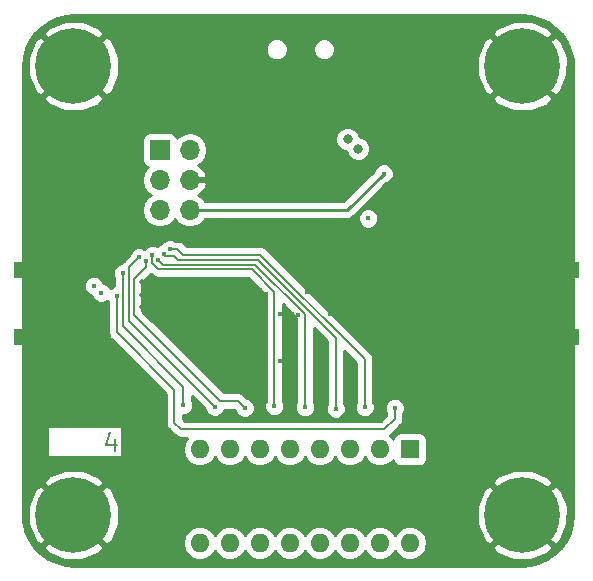
<source format=gbl>
G04 #@! TF.GenerationSoftware,KiCad,Pcbnew,(5.0.2)-1*
G04 #@! TF.CreationDate,2019-01-19T12:29:50+11:00*
G04 #@! TF.ProjectId,Gain_Block_Dev_Rev_0,4761696e-5f42-46c6-9f63-6b5f4465765f,rev?*
G04 #@! TF.SameCoordinates,Original*
G04 #@! TF.FileFunction,Copper,L4,Bot*
G04 #@! TF.FilePolarity,Positive*
%FSLAX46Y46*%
G04 Gerber Fmt 4.6, Leading zero omitted, Abs format (unit mm)*
G04 Created by KiCad (PCBNEW (5.0.2)-1) date 19/01/2019 12:29:50*
%MOMM*%
%LPD*%
G01*
G04 APERTURE LIST*
%ADD10C,0.200000*%
G04 #@! TA.AperFunction,ViaPad*
%ADD11C,0.500000*%
G04 #@! TD*
G04 #@! TA.AperFunction,SMDPad,CuDef*
%ADD12R,4.200000X1.350000*%
G04 #@! TD*
G04 #@! TA.AperFunction,ComponentPad*
%ADD13R,1.600000X1.600000*%
G04 #@! TD*
G04 #@! TA.AperFunction,ComponentPad*
%ADD14O,1.600000X1.600000*%
G04 #@! TD*
G04 #@! TA.AperFunction,ComponentPad*
%ADD15C,0.800000*%
G04 #@! TD*
G04 #@! TA.AperFunction,ComponentPad*
%ADD16C,6.400000*%
G04 #@! TD*
G04 #@! TA.AperFunction,ComponentPad*
%ADD17R,1.700000X1.700000*%
G04 #@! TD*
G04 #@! TA.AperFunction,ComponentPad*
%ADD18O,1.700000X1.700000*%
G04 #@! TD*
G04 #@! TA.AperFunction,ViaPad*
%ADD19C,0.450000*%
G04 #@! TD*
G04 #@! TA.AperFunction,ViaPad*
%ADD20C,0.800000*%
G04 #@! TD*
G04 #@! TA.AperFunction,Conductor*
%ADD21C,0.250000*%
G04 #@! TD*
G04 #@! TA.AperFunction,Conductor*
%ADD22C,0.310000*%
G04 #@! TD*
G04 #@! TA.AperFunction,Conductor*
%ADD23C,0.200000*%
G04 #@! TD*
G04 #@! TA.AperFunction,Conductor*
%ADD24C,0.254000*%
G04 #@! TD*
G04 APERTURE END LIST*
G04 #@! TO.C,REF\002A\002A*
D10*
X113485714Y-106578571D02*
X113485714Y-107578571D01*
X113128571Y-106007142D02*
X112771428Y-107078571D01*
X113700000Y-107078571D01*
G04 #@! TD*
D11*
G04 #@! TO.N,GND*
G04 #@! TO.C,U1*
X115800000Y-93300000D03*
X116900000Y-93300000D03*
X118000000Y-93300000D03*
X115800000Y-94350000D03*
X116900000Y-94350000D03*
X118000000Y-94350000D03*
X115800000Y-95400000D03*
X116900000Y-95400000D03*
X118000000Y-95400000D03*
G04 #@! TD*
D12*
G04 #@! TO.P,J2,2*
G04 #@! TO.N,GND*
X107100000Y-97925000D03*
X107100000Y-92275000D03*
G04 #@! TD*
G04 #@! TO.P,J4,2*
G04 #@! TO.N,GND*
X150700000Y-97925000D03*
X150700000Y-92275000D03*
G04 #@! TD*
D13*
G04 #@! TO.P,SW1,1*
G04 #@! TO.N,/nP_S*
X138480000Y-107455000D03*
D14*
G04 #@! TO.P,SW1,9*
G04 #@! TO.N,+3.3VA*
X120700000Y-115375000D03*
G04 #@! TO.P,SW1,2*
G04 #@! TO.N,Net-(R7-Pad1)*
X135940000Y-107455000D03*
G04 #@! TO.P,SW1,10*
G04 #@! TO.N,+3.3VA*
X123240000Y-115375000D03*
G04 #@! TO.P,SW1,3*
G04 #@! TO.N,Net-(R6-Pad1)*
X133400000Y-107455000D03*
G04 #@! TO.P,SW1,11*
G04 #@! TO.N,+3.3VA*
X125780000Y-115375000D03*
G04 #@! TO.P,SW1,4*
G04 #@! TO.N,Net-(R5-Pad1)*
X130860000Y-107455000D03*
G04 #@! TO.P,SW1,12*
G04 #@! TO.N,+3.3VA*
X128320000Y-115375000D03*
G04 #@! TO.P,SW1,5*
G04 #@! TO.N,Net-(R4-Pad1)*
X128320000Y-107455000D03*
G04 #@! TO.P,SW1,13*
G04 #@! TO.N,+3.3VA*
X130860000Y-115375000D03*
G04 #@! TO.P,SW1,6*
G04 #@! TO.N,Net-(R3-Pad1)*
X125780000Y-107455000D03*
G04 #@! TO.P,SW1,14*
G04 #@! TO.N,+3.3VA*
X133400000Y-115375000D03*
G04 #@! TO.P,SW1,7*
G04 #@! TO.N,Net-(R2-Pad1)*
X123240000Y-107455000D03*
G04 #@! TO.P,SW1,15*
G04 #@! TO.N,+3.3VA*
X135940000Y-115375000D03*
G04 #@! TO.P,SW1,8*
G04 #@! TO.N,Net-(R1-Pad1)*
X120700000Y-107455000D03*
G04 #@! TO.P,SW1,16*
G04 #@! TO.N,+3.3VA*
X138480000Y-115375000D03*
G04 #@! TD*
D15*
G04 #@! TO.P,H1,1*
G04 #@! TO.N,GND*
X111697056Y-73302944D03*
X110000000Y-72600000D03*
X108302944Y-73302944D03*
X107600000Y-75000000D03*
X108302944Y-76697056D03*
X110000000Y-77400000D03*
X111697056Y-76697056D03*
X112400000Y-75000000D03*
D16*
X110000000Y-75000000D03*
G04 #@! TD*
G04 #@! TO.P,H2,1*
G04 #@! TO.N,GND*
X148000000Y-113000000D03*
D15*
X150400000Y-113000000D03*
X149697056Y-114697056D03*
X148000000Y-115400000D03*
X146302944Y-114697056D03*
X145600000Y-113000000D03*
X146302944Y-111302944D03*
X148000000Y-110600000D03*
X149697056Y-111302944D03*
G04 #@! TD*
D16*
G04 #@! TO.P,H3,1*
G04 #@! TO.N,GND*
X110000000Y-113000000D03*
D15*
X112400000Y-113000000D03*
X111697056Y-114697056D03*
X110000000Y-115400000D03*
X108302944Y-114697056D03*
X107600000Y-113000000D03*
X108302944Y-111302944D03*
X110000000Y-110600000D03*
X111697056Y-111302944D03*
G04 #@! TD*
G04 #@! TO.P,H4,1*
G04 #@! TO.N,GND*
X149697056Y-73302944D03*
X148000000Y-72600000D03*
X146302944Y-73302944D03*
X145600000Y-75000000D03*
X146302944Y-76697056D03*
X148000000Y-77400000D03*
X149697056Y-76697056D03*
X150400000Y-75000000D03*
D16*
X148000000Y-75000000D03*
G04 #@! TD*
D17*
G04 #@! TO.P,J3,1*
G04 #@! TO.N,/SI*
X117300000Y-82100000D03*
D18*
G04 #@! TO.P,J3,2*
G04 #@! TO.N,+5V*
X119840000Y-82100000D03*
G04 #@! TO.P,J3,3*
G04 #@! TO.N,/LE*
X117300000Y-84640000D03*
G04 #@! TO.P,J3,4*
G04 #@! TO.N,GND*
X119840000Y-84640000D03*
G04 #@! TO.P,J3,5*
G04 #@! TO.N,/CLK*
X117300000Y-87180000D03*
G04 #@! TO.P,J3,6*
G04 #@! TO.N,/RF_PWR*
X119840000Y-87180000D03*
G04 #@! TD*
D19*
G04 #@! TO.N,GND*
X108700000Y-91800000D03*
X108200000Y-91800000D03*
X107700000Y-91800000D03*
X107200000Y-91800000D03*
X106700000Y-91800000D03*
X106200000Y-91800000D03*
X105700000Y-91800000D03*
X105200000Y-91800000D03*
X126100000Y-73700000D03*
X132300000Y-73700000D03*
X133150000Y-71450000D03*
X130350000Y-71450000D03*
X128050000Y-71450000D03*
X125250000Y-71450000D03*
X113400000Y-91950000D03*
X112350000Y-91950000D03*
D20*
X123275000Y-96325000D03*
X125175000Y-96325000D03*
D19*
X142300000Y-86525000D03*
D20*
X140375000Y-84325000D03*
X140375000Y-88150000D03*
X133200000Y-83800000D03*
D19*
X146085000Y-86500000D03*
X142750000Y-83600000D03*
X143850000Y-83600000D03*
X137750000Y-89550000D03*
X136700000Y-89550000D03*
X135700000Y-89550000D03*
X134150000Y-89550000D03*
X138250000Y-91350000D03*
X141500000Y-91300000D03*
X124250000Y-94150000D03*
X128750000Y-91550000D03*
D20*
X130600000Y-83000000D03*
D19*
X107200000Y-98400000D03*
X105700000Y-98400000D03*
X106200000Y-98400000D03*
X107700000Y-98400000D03*
X108200000Y-98400000D03*
X106700000Y-98400000D03*
X108700000Y-98400000D03*
X105200000Y-98400000D03*
X151100000Y-98400000D03*
X150100000Y-98400000D03*
X150600000Y-98400000D03*
X152600000Y-98400000D03*
X149100000Y-98400000D03*
X151600000Y-98400000D03*
X152100000Y-98400000D03*
X149600000Y-98400000D03*
X150600000Y-91800000D03*
X152600000Y-91800000D03*
X149600000Y-91800000D03*
X149100000Y-91800000D03*
X152100000Y-91800000D03*
X151100000Y-91800000D03*
X150100000Y-91800000D03*
X151600000Y-91800000D03*
D20*
X127700000Y-80400000D03*
X127900000Y-75800000D03*
D19*
X110200000Y-94100000D03*
X110200000Y-94100000D03*
X110200000Y-94100000D03*
X110700000Y-94100000D03*
X109700000Y-94100000D03*
X109200000Y-94100000D03*
X109400000Y-96000000D03*
X109900000Y-96000000D03*
X110400000Y-96000000D03*
X110900000Y-96000000D03*
X111400000Y-96000000D03*
X111900000Y-96000000D03*
X112400000Y-96000000D03*
X112900000Y-96000000D03*
X119900000Y-96000000D03*
X120400000Y-96000000D03*
X120900000Y-96000000D03*
X121400000Y-96000000D03*
X121900000Y-96000000D03*
X122400000Y-96000000D03*
X122700000Y-94100000D03*
X122200000Y-94300000D03*
X121700000Y-94200000D03*
X121200000Y-94200000D03*
X123200000Y-94000000D03*
X123700000Y-94000000D03*
X124800000Y-94000000D03*
X125300000Y-94000000D03*
X125800000Y-94000000D03*
X126300000Y-94300000D03*
X126100000Y-96000000D03*
X127500000Y-96000000D03*
X128000000Y-96000000D03*
X128500000Y-96000000D03*
X129000000Y-96100000D03*
X129800000Y-94100000D03*
X130300000Y-94100000D03*
X130800000Y-94200000D03*
X131300000Y-94300000D03*
X131800000Y-94300000D03*
X132300000Y-94200000D03*
X132800000Y-94100000D03*
X133300000Y-94100000D03*
X133800000Y-94100000D03*
X134300000Y-93700000D03*
X134800000Y-93300000D03*
X135300000Y-92800000D03*
X135800000Y-92500000D03*
X136300000Y-92200000D03*
X136800000Y-92200000D03*
X137300000Y-92200000D03*
X136000000Y-95200000D03*
X136500000Y-94700000D03*
X137100000Y-94300000D03*
X137700000Y-94300000D03*
X136600000Y-94100000D03*
X136000000Y-94700000D03*
X137200000Y-93800000D03*
X137800000Y-93800000D03*
X138300000Y-94100000D03*
X138800000Y-94100000D03*
X139300000Y-94100000D03*
X139800000Y-94100000D03*
X140300000Y-94100000D03*
X140800000Y-94100000D03*
X141300000Y-94100000D03*
X142300000Y-94100000D03*
X142800000Y-94100000D03*
X141800000Y-94100000D03*
X143800000Y-94100000D03*
X143300000Y-94100000D03*
X144800000Y-94100000D03*
X144300000Y-94100000D03*
X145800000Y-94100000D03*
X145300000Y-94100000D03*
X147800000Y-94100000D03*
X147300000Y-94100000D03*
X148300000Y-94100000D03*
X146800000Y-94100000D03*
X146300000Y-94100000D03*
X138800000Y-96000000D03*
X139300000Y-96000000D03*
X138300000Y-96000000D03*
X147800000Y-96000000D03*
X142300000Y-96000000D03*
X141800000Y-96000000D03*
X144300000Y-96000000D03*
X140300000Y-96000000D03*
X143800000Y-96000000D03*
X145800000Y-96000000D03*
X144800000Y-96000000D03*
X143300000Y-96000000D03*
X142800000Y-96000000D03*
X139800000Y-96000000D03*
X146800000Y-96000000D03*
X145300000Y-96000000D03*
X141300000Y-96000000D03*
X146300000Y-96000000D03*
X147300000Y-96000000D03*
X148300000Y-96000000D03*
X140800000Y-96000000D03*
X137800000Y-96000000D03*
X137800000Y-96000000D03*
X137800000Y-96000000D03*
X137300000Y-96400000D03*
X136900000Y-96900000D03*
X136600000Y-97400000D03*
X136100000Y-97700000D03*
X135500000Y-97600000D03*
X135000000Y-97300000D03*
X134600000Y-96800000D03*
X134600000Y-96800000D03*
X134600000Y-96800000D03*
X134200000Y-96300000D03*
X133700000Y-96200000D03*
X133200000Y-96200000D03*
X132700000Y-96200000D03*
X132200000Y-96000000D03*
X131700000Y-96000000D03*
X146100000Y-88500000D03*
X146100000Y-90500000D03*
X146100000Y-89500000D03*
X146100000Y-91000000D03*
X146100000Y-90000000D03*
X146100000Y-89000000D03*
X146100000Y-88000000D03*
X144200000Y-88200000D03*
X144200000Y-88700000D03*
X144200000Y-89200000D03*
X144200000Y-90200000D03*
X144200000Y-90700000D03*
X144200000Y-89700000D03*
X143800000Y-91200000D03*
X143400000Y-91700000D03*
X142800000Y-92000000D03*
X142200000Y-92100000D03*
X140700000Y-92000000D03*
X140200000Y-92000000D03*
X139700000Y-92000000D03*
X139700000Y-92000000D03*
X139700000Y-92000000D03*
X139200000Y-92000000D03*
X146000000Y-91500000D03*
X145500000Y-92000000D03*
X145000000Y-92500000D03*
X144500000Y-93000000D03*
X144000000Y-93400000D03*
X143600000Y-88300000D03*
X143000000Y-88300000D03*
X142500000Y-88200000D03*
X141900000Y-88100000D03*
X141300000Y-88100000D03*
X115000000Y-72500000D03*
X120000000Y-72500000D03*
X117500000Y-75000000D03*
X117500000Y-80000000D03*
X115000000Y-77500000D03*
X120000000Y-77500000D03*
X112500000Y-80000000D03*
X110000000Y-82500000D03*
X107500000Y-85000000D03*
X110000000Y-87500000D03*
X107500000Y-90000000D03*
X112500000Y-85000000D03*
X115000000Y-82500000D03*
X122500000Y-75000000D03*
X122500000Y-80000000D03*
X125000000Y-82500000D03*
X122500000Y-90000000D03*
X122500000Y-85000000D03*
X135000000Y-75000000D03*
X140000000Y-75000000D03*
X137500000Y-72500000D03*
X142500000Y-72500000D03*
X142500000Y-77500000D03*
X137500000Y-77500000D03*
X135000000Y-80000000D03*
X140000000Y-80000000D03*
X145000000Y-80000000D03*
X150000000Y-80000000D03*
X147500000Y-82500000D03*
X150000000Y-85000000D03*
X145000000Y-85000000D03*
X147500000Y-87500000D03*
X147500000Y-92500000D03*
X150000000Y-90000000D03*
X147500000Y-97500000D03*
X147500000Y-102500000D03*
X147500000Y-107500000D03*
X150000000Y-105000000D03*
X150000000Y-100000000D03*
X145000000Y-100000000D03*
X145000000Y-105000000D03*
X145000000Y-110000000D03*
X142500000Y-107500000D03*
X142500000Y-102500000D03*
X142500000Y-97500000D03*
X140000000Y-100000000D03*
X140000000Y-105000000D03*
X110000000Y-92500000D03*
X110000000Y-97500000D03*
X107500000Y-100000000D03*
X112500000Y-100000000D03*
X115000000Y-102500000D03*
X117500000Y-105000000D03*
X115000000Y-107500000D03*
X112500000Y-110000000D03*
X110000000Y-105000000D03*
X107500000Y-102500000D03*
X107500000Y-107500000D03*
X115000000Y-112500000D03*
X117500000Y-115000000D03*
X117500000Y-110000000D03*
X122500000Y-100000000D03*
X120000000Y-97500000D03*
X127500000Y-100000000D03*
X142500000Y-112500000D03*
X125000000Y-77500000D03*
G04 #@! TO.N,+3.3VA*
X112350000Y-94200000D03*
X111700000Y-93600000D03*
X134950000Y-87900000D03*
D20*
X134100000Y-82000000D03*
X133200000Y-81200000D03*
D19*
G04 #@! TO.N,/RF_PWR*
X136250000Y-84100000D03*
G04 #@! TO.N,Net-(R1-Pad1)*
X114174990Y-92550000D03*
X119300000Y-103700000D03*
G04 #@! TO.N,Net-(R2-Pad1)*
X115551468Y-91194117D03*
X121950056Y-103850000D03*
G04 #@! TO.N,Net-(R3-Pad1)*
X116125000Y-91500000D03*
X124500000Y-103937514D03*
G04 #@! TO.N,Net-(R4-Pad1)*
X127000000Y-103800000D03*
X116650000Y-91013449D03*
G04 #@! TO.N,Net-(R5-Pad1)*
X129600000Y-103900000D03*
X117175010Y-91400000D03*
G04 #@! TO.N,Net-(R6-Pad1)*
X132200000Y-104000000D03*
X117625000Y-90906053D03*
G04 #@! TO.N,Net-(R7-Pad1)*
X134650000Y-103900000D03*
X118150000Y-90500000D03*
G04 #@! TO.N,/nP_S*
X113649990Y-94500000D03*
X137200000Y-103950000D03*
G04 #@! TD*
D21*
G04 #@! TO.N,/RF_PWR*
X123970000Y-87180000D02*
X119840000Y-87180000D01*
X136250000Y-84100000D02*
X133170000Y-87180000D01*
X133170000Y-87180000D02*
X123970000Y-87180000D01*
D22*
G04 #@! TO.N,Net-(R1-Pad1)*
X121280000Y-107455000D02*
X120700000Y-107455000D01*
D23*
X114174990Y-92550000D02*
X114174990Y-97024990D01*
X114174990Y-97024990D02*
X119300000Y-102150000D01*
X119300000Y-103700000D02*
X119300000Y-102150000D01*
G04 #@! TO.N,Net-(R2-Pad1)*
X114699990Y-92045595D02*
X114699990Y-96599934D01*
X114699990Y-96599934D02*
X121725057Y-103625001D01*
X121725057Y-103625001D02*
X121950056Y-103850000D01*
X115551468Y-91194117D02*
X114699990Y-92045595D01*
G04 #@! TO.N,Net-(R3-Pad1)*
X124487514Y-103937514D02*
X124500000Y-103937514D01*
X116125000Y-91975000D02*
X115100000Y-93000000D01*
X116125000Y-91500000D02*
X116125000Y-91975000D01*
X115100000Y-93000000D02*
X115100000Y-96050000D01*
X115100000Y-96050000D02*
X122400000Y-103350000D01*
X122400000Y-103350000D02*
X123900000Y-103350000D01*
X123900000Y-103350000D02*
X124487514Y-103937514D01*
D22*
G04 #@! TO.N,Net-(R4-Pad1)*
X128675000Y-107810000D02*
X128320000Y-107455000D01*
D23*
X127000000Y-94100020D02*
X125099990Y-92200010D01*
X127000000Y-103800000D02*
X127000000Y-94100020D01*
X125099990Y-92200010D02*
X117181812Y-92200010D01*
X117181812Y-92200010D02*
X116650000Y-91668198D01*
X116650000Y-91013449D02*
X116650000Y-91668198D01*
D22*
G04 #@! TO.N,Net-(R5-Pad1)*
X130675000Y-107640000D02*
X130860000Y-107455000D01*
D23*
X129600000Y-96800000D02*
X129600000Y-103900000D01*
X129600000Y-96000000D02*
X129600000Y-96800000D01*
X125400000Y-91800000D02*
X129600000Y-96000000D01*
X117175010Y-91400000D02*
X117575010Y-91800000D01*
X117575010Y-91800000D02*
X125400000Y-91800000D01*
G04 #@! TO.N,Net-(R6-Pad1)*
X117768947Y-91050000D02*
X117625000Y-90906053D01*
X118500000Y-91050000D02*
X117768947Y-91050000D01*
X118850000Y-91400000D02*
X118500000Y-91050000D01*
X125600000Y-91400000D02*
X118850000Y-91400000D01*
X132200000Y-104000000D02*
X132200000Y-98000000D01*
X132200000Y-98000000D02*
X125600000Y-91400000D01*
G04 #@! TO.N,Net-(R7-Pad1)*
X125819975Y-90969975D02*
X134650000Y-99800000D01*
X119269975Y-90969975D02*
X125819975Y-90969975D01*
X118150000Y-90500000D02*
X118800000Y-90500000D01*
X118800000Y-90500000D02*
X119269975Y-90969975D01*
X134650000Y-99800000D02*
X134650000Y-103900000D01*
G04 #@! TO.N,/nP_S*
X136296448Y-105753552D02*
X137200000Y-104850000D01*
X119103552Y-105753552D02*
X136296448Y-105753552D01*
X118550000Y-105200000D02*
X119103552Y-105753552D01*
X118550000Y-102450000D02*
X118550000Y-105200000D01*
X113649990Y-94500000D02*
X113649990Y-97549990D01*
X113649990Y-97549990D02*
X118550000Y-102450000D01*
X137200000Y-103950000D02*
X137200000Y-104850000D01*
G04 #@! TD*
D24*
G04 #@! TO.N,GND*
G36*
X148760619Y-70772674D02*
X149497187Y-70974176D01*
X150186439Y-71302932D01*
X150806581Y-71748550D01*
X151338003Y-72296934D01*
X151763921Y-72930768D01*
X152070863Y-73629999D01*
X152250429Y-74377944D01*
X152298000Y-75025744D01*
X152298001Y-112968723D01*
X152227326Y-113760619D01*
X152025824Y-114497187D01*
X151697068Y-115186439D01*
X151251452Y-115806578D01*
X150703066Y-116338003D01*
X150069232Y-116763921D01*
X149369997Y-117070864D01*
X148622056Y-117250429D01*
X147974256Y-117298000D01*
X110031266Y-117298000D01*
X109239381Y-117227326D01*
X108502813Y-117025824D01*
X107813561Y-116697068D01*
X107193422Y-116251452D01*
X106694449Y-115736553D01*
X107443052Y-115736553D01*
X107810437Y-116229740D01*
X109213075Y-116821800D01*
X110735516Y-116832027D01*
X112145981Y-116258861D01*
X112189563Y-116229740D01*
X112556948Y-115736553D01*
X110000000Y-113179605D01*
X107443052Y-115736553D01*
X106694449Y-115736553D01*
X106661997Y-115703066D01*
X106236079Y-115069232D01*
X105929136Y-114369997D01*
X105776811Y-113735516D01*
X106167973Y-113735516D01*
X106741139Y-115145981D01*
X106770260Y-115189563D01*
X107263447Y-115556948D01*
X109820395Y-113000000D01*
X110179605Y-113000000D01*
X112736553Y-115556948D01*
X112980804Y-115375000D01*
X119245044Y-115375000D01*
X119355796Y-115931788D01*
X119671191Y-116403809D01*
X120143212Y-116719204D01*
X120559456Y-116802000D01*
X120840544Y-116802000D01*
X121256788Y-116719204D01*
X121728809Y-116403809D01*
X121970000Y-116042842D01*
X122211191Y-116403809D01*
X122683212Y-116719204D01*
X123099456Y-116802000D01*
X123380544Y-116802000D01*
X123796788Y-116719204D01*
X124268809Y-116403809D01*
X124510000Y-116042842D01*
X124751191Y-116403809D01*
X125223212Y-116719204D01*
X125639456Y-116802000D01*
X125920544Y-116802000D01*
X126336788Y-116719204D01*
X126808809Y-116403809D01*
X127050000Y-116042842D01*
X127291191Y-116403809D01*
X127763212Y-116719204D01*
X128179456Y-116802000D01*
X128460544Y-116802000D01*
X128876788Y-116719204D01*
X129348809Y-116403809D01*
X129590000Y-116042842D01*
X129831191Y-116403809D01*
X130303212Y-116719204D01*
X130719456Y-116802000D01*
X131000544Y-116802000D01*
X131416788Y-116719204D01*
X131888809Y-116403809D01*
X132130000Y-116042842D01*
X132371191Y-116403809D01*
X132843212Y-116719204D01*
X133259456Y-116802000D01*
X133540544Y-116802000D01*
X133956788Y-116719204D01*
X134428809Y-116403809D01*
X134670000Y-116042842D01*
X134911191Y-116403809D01*
X135383212Y-116719204D01*
X135799456Y-116802000D01*
X136080544Y-116802000D01*
X136496788Y-116719204D01*
X136968809Y-116403809D01*
X137210000Y-116042842D01*
X137451191Y-116403809D01*
X137923212Y-116719204D01*
X138339456Y-116802000D01*
X138620544Y-116802000D01*
X139036788Y-116719204D01*
X139508809Y-116403809D01*
X139824204Y-115931788D01*
X139863038Y-115736553D01*
X145443052Y-115736553D01*
X145810437Y-116229740D01*
X147213075Y-116821800D01*
X148735516Y-116832027D01*
X150145981Y-116258861D01*
X150189563Y-116229740D01*
X150556948Y-115736553D01*
X148000000Y-113179605D01*
X145443052Y-115736553D01*
X139863038Y-115736553D01*
X139934956Y-115375000D01*
X139824204Y-114818212D01*
X139508809Y-114346191D01*
X139036788Y-114030796D01*
X138620544Y-113948000D01*
X138339456Y-113948000D01*
X137923212Y-114030796D01*
X137451191Y-114346191D01*
X137210000Y-114707158D01*
X136968809Y-114346191D01*
X136496788Y-114030796D01*
X136080544Y-113948000D01*
X135799456Y-113948000D01*
X135383212Y-114030796D01*
X134911191Y-114346191D01*
X134670000Y-114707158D01*
X134428809Y-114346191D01*
X133956788Y-114030796D01*
X133540544Y-113948000D01*
X133259456Y-113948000D01*
X132843212Y-114030796D01*
X132371191Y-114346191D01*
X132130000Y-114707158D01*
X131888809Y-114346191D01*
X131416788Y-114030796D01*
X131000544Y-113948000D01*
X130719456Y-113948000D01*
X130303212Y-114030796D01*
X129831191Y-114346191D01*
X129590000Y-114707158D01*
X129348809Y-114346191D01*
X128876788Y-114030796D01*
X128460544Y-113948000D01*
X128179456Y-113948000D01*
X127763212Y-114030796D01*
X127291191Y-114346191D01*
X127050000Y-114707158D01*
X126808809Y-114346191D01*
X126336788Y-114030796D01*
X125920544Y-113948000D01*
X125639456Y-113948000D01*
X125223212Y-114030796D01*
X124751191Y-114346191D01*
X124510000Y-114707158D01*
X124268809Y-114346191D01*
X123796788Y-114030796D01*
X123380544Y-113948000D01*
X123099456Y-113948000D01*
X122683212Y-114030796D01*
X122211191Y-114346191D01*
X121970000Y-114707158D01*
X121728809Y-114346191D01*
X121256788Y-114030796D01*
X120840544Y-113948000D01*
X120559456Y-113948000D01*
X120143212Y-114030796D01*
X119671191Y-114346191D01*
X119355796Y-114818212D01*
X119245044Y-115375000D01*
X112980804Y-115375000D01*
X113229740Y-115189563D01*
X113821800Y-113786925D01*
X113822145Y-113735516D01*
X144167973Y-113735516D01*
X144741139Y-115145981D01*
X144770260Y-115189563D01*
X145263447Y-115556948D01*
X147820395Y-113000000D01*
X148179605Y-113000000D01*
X150736553Y-115556948D01*
X151229740Y-115189563D01*
X151821800Y-113786925D01*
X151832027Y-112264484D01*
X151258861Y-110854019D01*
X151229740Y-110810437D01*
X150736553Y-110443052D01*
X148179605Y-113000000D01*
X147820395Y-113000000D01*
X145263447Y-110443052D01*
X144770260Y-110810437D01*
X144178200Y-112213075D01*
X144167973Y-113735516D01*
X113822145Y-113735516D01*
X113832027Y-112264484D01*
X113258861Y-110854019D01*
X113229740Y-110810437D01*
X112736553Y-110443052D01*
X110179605Y-113000000D01*
X109820395Y-113000000D01*
X107263447Y-110443052D01*
X106770260Y-110810437D01*
X106178200Y-112213075D01*
X106167973Y-113735516D01*
X105776811Y-113735516D01*
X105749571Y-113622056D01*
X105702000Y-112974256D01*
X105702000Y-110263447D01*
X107443052Y-110263447D01*
X110000000Y-112820395D01*
X112556948Y-110263447D01*
X145443052Y-110263447D01*
X148000000Y-112820395D01*
X150556948Y-110263447D01*
X150189563Y-109770260D01*
X148786925Y-109178200D01*
X147264484Y-109167973D01*
X145854019Y-109741139D01*
X145810437Y-109770260D01*
X145443052Y-110263447D01*
X112556948Y-110263447D01*
X112189563Y-109770260D01*
X110786925Y-109178200D01*
X109264484Y-109167973D01*
X107854019Y-109741139D01*
X107810437Y-109770260D01*
X107443052Y-110263447D01*
X105702000Y-110263447D01*
X105702000Y-105600000D01*
X107773000Y-105600000D01*
X107773000Y-107950000D01*
X107782667Y-107998601D01*
X107810197Y-108039803D01*
X107851399Y-108067333D01*
X107900000Y-108077000D01*
X114000000Y-108077000D01*
X114048601Y-108067333D01*
X114089803Y-108039803D01*
X114117333Y-107998601D01*
X114127000Y-107950000D01*
X114127000Y-105600000D01*
X114117333Y-105551399D01*
X114089803Y-105510197D01*
X114048601Y-105482667D01*
X114000000Y-105473000D01*
X107900000Y-105473000D01*
X107851399Y-105482667D01*
X107810197Y-105510197D01*
X107782667Y-105551399D01*
X107773000Y-105600000D01*
X105702000Y-105600000D01*
X105702000Y-93430527D01*
X110848000Y-93430527D01*
X110848000Y-93769473D01*
X110977709Y-94082619D01*
X111217381Y-94322291D01*
X111530527Y-94452000D01*
X111532184Y-94452000D01*
X111627709Y-94682619D01*
X111867381Y-94922291D01*
X112180527Y-95052000D01*
X112519473Y-95052000D01*
X112832619Y-94922291D01*
X112882181Y-94872729D01*
X112922990Y-94971251D01*
X112922991Y-97478390D01*
X112908749Y-97549990D01*
X112965172Y-97833650D01*
X112965173Y-97833651D01*
X113125854Y-98074127D01*
X113186552Y-98114684D01*
X117823000Y-102751134D01*
X117823001Y-105128400D01*
X117808759Y-105200000D01*
X117865182Y-105483660D01*
X117899365Y-105534818D01*
X118025864Y-105724137D01*
X118086562Y-105764694D01*
X118538857Y-106216990D01*
X118579415Y-106277689D01*
X118819891Y-106438370D01*
X119031953Y-106480552D01*
X119031957Y-106480552D01*
X119103552Y-106494793D01*
X119175147Y-106480552D01*
X119634868Y-106480552D01*
X119355796Y-106898212D01*
X119245044Y-107455000D01*
X119355796Y-108011788D01*
X119671191Y-108483809D01*
X120143212Y-108799204D01*
X120559456Y-108882000D01*
X120840544Y-108882000D01*
X121256788Y-108799204D01*
X121728809Y-108483809D01*
X121970000Y-108122842D01*
X122211191Y-108483809D01*
X122683212Y-108799204D01*
X123099456Y-108882000D01*
X123380544Y-108882000D01*
X123796788Y-108799204D01*
X124268809Y-108483809D01*
X124510000Y-108122842D01*
X124751191Y-108483809D01*
X125223212Y-108799204D01*
X125639456Y-108882000D01*
X125920544Y-108882000D01*
X126336788Y-108799204D01*
X126808809Y-108483809D01*
X127050000Y-108122842D01*
X127291191Y-108483809D01*
X127763212Y-108799204D01*
X128179456Y-108882000D01*
X128460544Y-108882000D01*
X128876788Y-108799204D01*
X129348809Y-108483809D01*
X129590000Y-108122842D01*
X129831191Y-108483809D01*
X130303212Y-108799204D01*
X130719456Y-108882000D01*
X131000544Y-108882000D01*
X131416788Y-108799204D01*
X131888809Y-108483809D01*
X132130000Y-108122842D01*
X132371191Y-108483809D01*
X132843212Y-108799204D01*
X133259456Y-108882000D01*
X133540544Y-108882000D01*
X133956788Y-108799204D01*
X134428809Y-108483809D01*
X134670000Y-108122842D01*
X134911191Y-108483809D01*
X135383212Y-108799204D01*
X135799456Y-108882000D01*
X136080544Y-108882000D01*
X136496788Y-108799204D01*
X136968809Y-108483809D01*
X137059294Y-108348390D01*
X137089380Y-108499643D01*
X137227959Y-108707041D01*
X137435357Y-108845620D01*
X137680000Y-108894283D01*
X139280000Y-108894283D01*
X139524643Y-108845620D01*
X139732041Y-108707041D01*
X139870620Y-108499643D01*
X139919283Y-108255000D01*
X139919283Y-106655000D01*
X139870620Y-106410357D01*
X139732041Y-106202959D01*
X139524643Y-106064380D01*
X139280000Y-106015717D01*
X137680000Y-106015717D01*
X137435357Y-106064380D01*
X137227959Y-106202959D01*
X137089380Y-106410357D01*
X137059294Y-106561610D01*
X136968809Y-106426191D01*
X136783573Y-106302420D01*
X136820585Y-106277689D01*
X136861144Y-106216988D01*
X137663438Y-105414695D01*
X137724137Y-105374137D01*
X137884818Y-105133661D01*
X137927000Y-104921599D01*
X137927000Y-104921595D01*
X137941241Y-104850001D01*
X137927000Y-104778407D01*
X137927000Y-104421250D01*
X138052000Y-104119473D01*
X138052000Y-103780527D01*
X137922291Y-103467381D01*
X137682619Y-103227709D01*
X137369473Y-103098000D01*
X137030527Y-103098000D01*
X136717381Y-103227709D01*
X136477709Y-103467381D01*
X136348000Y-103780527D01*
X136348000Y-104119473D01*
X136473001Y-104421252D01*
X136473001Y-104548867D01*
X135995316Y-105026552D01*
X119404685Y-105026552D01*
X119277000Y-104898868D01*
X119277000Y-104552000D01*
X119469473Y-104552000D01*
X119782619Y-104422291D01*
X120022291Y-104182619D01*
X120152000Y-103869473D01*
X120152000Y-103530527D01*
X120027000Y-103228750D01*
X120027000Y-102955077D01*
X121102765Y-104030842D01*
X121227765Y-104332619D01*
X121467437Y-104572291D01*
X121780583Y-104702000D01*
X122119529Y-104702000D01*
X122432675Y-104572291D01*
X122672347Y-104332619D01*
X122778228Y-104077000D01*
X123598868Y-104077000D01*
X123661538Y-104139670D01*
X123777709Y-104420133D01*
X124017381Y-104659805D01*
X124330527Y-104789514D01*
X124669473Y-104789514D01*
X124982619Y-104659805D01*
X125222291Y-104420133D01*
X125352000Y-104106987D01*
X125352000Y-103768041D01*
X125222291Y-103454895D01*
X124982619Y-103215223D01*
X124669473Y-103085514D01*
X124663646Y-103085514D01*
X124464696Y-102886564D01*
X124424137Y-102825863D01*
X124183661Y-102665182D01*
X123971599Y-102623000D01*
X123971595Y-102623000D01*
X123900000Y-102608759D01*
X123828405Y-102623000D01*
X122701133Y-102623000D01*
X115827000Y-95748868D01*
X115827000Y-93301132D01*
X116540901Y-92587232D01*
X116617117Y-92663448D01*
X116657675Y-92724147D01*
X116898151Y-92884828D01*
X117110213Y-92927010D01*
X117110217Y-92927010D01*
X117181812Y-92941251D01*
X117253407Y-92927010D01*
X124798858Y-92927010D01*
X126273001Y-94401154D01*
X126273000Y-103328749D01*
X126148000Y-103630527D01*
X126148000Y-103969473D01*
X126277709Y-104282619D01*
X126517381Y-104522291D01*
X126830527Y-104652000D01*
X127169473Y-104652000D01*
X127482619Y-104522291D01*
X127722291Y-104282619D01*
X127852000Y-103969473D01*
X127852000Y-103630527D01*
X127727000Y-103328750D01*
X127727000Y-95155133D01*
X128873000Y-96301133D01*
X128873000Y-96728402D01*
X128873001Y-103428747D01*
X128748000Y-103730527D01*
X128748000Y-104069473D01*
X128877709Y-104382619D01*
X129117381Y-104622291D01*
X129430527Y-104752000D01*
X129769473Y-104752000D01*
X130082619Y-104622291D01*
X130322291Y-104382619D01*
X130452000Y-104069473D01*
X130452000Y-103730527D01*
X130327000Y-103428750D01*
X130327000Y-97155134D01*
X131473001Y-98301135D01*
X131473000Y-103528749D01*
X131348000Y-103830527D01*
X131348000Y-104169473D01*
X131477709Y-104482619D01*
X131717381Y-104722291D01*
X132030527Y-104852000D01*
X132369473Y-104852000D01*
X132682619Y-104722291D01*
X132922291Y-104482619D01*
X133052000Y-104169473D01*
X133052000Y-103830527D01*
X132927000Y-103528750D01*
X132927000Y-99105133D01*
X133923000Y-100101133D01*
X133923001Y-103428747D01*
X133798000Y-103730527D01*
X133798000Y-104069473D01*
X133927709Y-104382619D01*
X134167381Y-104622291D01*
X134480527Y-104752000D01*
X134819473Y-104752000D01*
X135132619Y-104622291D01*
X135372291Y-104382619D01*
X135502000Y-104069473D01*
X135502000Y-103730527D01*
X135377000Y-103428750D01*
X135377000Y-99871593D01*
X135391241Y-99799999D01*
X135377000Y-99728405D01*
X135377000Y-99728401D01*
X135334818Y-99516339D01*
X135260758Y-99405501D01*
X135214694Y-99336561D01*
X135214692Y-99336559D01*
X135174136Y-99275863D01*
X135113441Y-99235308D01*
X126384671Y-90506539D01*
X126344112Y-90445838D01*
X126103636Y-90285157D01*
X125891574Y-90242975D01*
X125891570Y-90242975D01*
X125819975Y-90228734D01*
X125748380Y-90242975D01*
X119571108Y-90242975D01*
X119364696Y-90036564D01*
X119324137Y-89975863D01*
X119083661Y-89815182D01*
X118871599Y-89773000D01*
X118871595Y-89773000D01*
X118800000Y-89758759D01*
X118728405Y-89773000D01*
X118621250Y-89773000D01*
X118319473Y-89648000D01*
X117980527Y-89648000D01*
X117667381Y-89777709D01*
X117427709Y-90017381D01*
X117403612Y-90075557D01*
X117142381Y-90183762D01*
X117063581Y-90262562D01*
X116819473Y-90161449D01*
X116480527Y-90161449D01*
X116167381Y-90291158D01*
X116000588Y-90457951D01*
X115720941Y-90342117D01*
X115381995Y-90342117D01*
X115068849Y-90471826D01*
X114829177Y-90711498D01*
X114704177Y-91013275D01*
X114236552Y-91480901D01*
X114175853Y-91521459D01*
X114057892Y-91698000D01*
X114005517Y-91698000D01*
X113692371Y-91827709D01*
X113452699Y-92067381D01*
X113322990Y-92380527D01*
X113322990Y-92719473D01*
X113447990Y-93021251D01*
X113447990Y-93661473D01*
X113167371Y-93777709D01*
X113117809Y-93827271D01*
X113072291Y-93717381D01*
X112832619Y-93477709D01*
X112519473Y-93348000D01*
X112517816Y-93348000D01*
X112422291Y-93117381D01*
X112182619Y-92877709D01*
X111869473Y-92748000D01*
X111530527Y-92748000D01*
X111217381Y-92877709D01*
X110977709Y-93117381D01*
X110848000Y-93430527D01*
X105702000Y-93430527D01*
X105702000Y-84640000D01*
X115794064Y-84640000D01*
X115908697Y-85216297D01*
X116235142Y-85704858D01*
X116542160Y-85910000D01*
X116235142Y-86115142D01*
X115908697Y-86603703D01*
X115794064Y-87180000D01*
X115908697Y-87756297D01*
X116235142Y-88244858D01*
X116723703Y-88571303D01*
X117154529Y-88657000D01*
X117445471Y-88657000D01*
X117876297Y-88571303D01*
X118364858Y-88244858D01*
X118570000Y-87937840D01*
X118775142Y-88244858D01*
X119263703Y-88571303D01*
X119694529Y-88657000D01*
X119985471Y-88657000D01*
X120416297Y-88571303D01*
X120904858Y-88244858D01*
X121113902Y-87932000D01*
X133095941Y-87932000D01*
X133170000Y-87946731D01*
X133244059Y-87932000D01*
X133244063Y-87932000D01*
X133463416Y-87888368D01*
X133699640Y-87730527D01*
X134098000Y-87730527D01*
X134098000Y-88069473D01*
X134227709Y-88382619D01*
X134467381Y-88622291D01*
X134780527Y-88752000D01*
X135119473Y-88752000D01*
X135432619Y-88622291D01*
X135672291Y-88382619D01*
X135802000Y-88069473D01*
X135802000Y-87730527D01*
X135672291Y-87417381D01*
X135432619Y-87177709D01*
X135119473Y-87048000D01*
X134780527Y-87048000D01*
X134467381Y-87177709D01*
X134227709Y-87417381D01*
X134098000Y-87730527D01*
X133699640Y-87730527D01*
X133712161Y-87722161D01*
X133754116Y-87659371D01*
X136491197Y-84922291D01*
X136732619Y-84822291D01*
X136972291Y-84582619D01*
X137102000Y-84269473D01*
X137102000Y-83930527D01*
X136972291Y-83617381D01*
X136732619Y-83377709D01*
X136419473Y-83248000D01*
X136080527Y-83248000D01*
X135767381Y-83377709D01*
X135527709Y-83617381D01*
X135427709Y-83858803D01*
X132858513Y-86428000D01*
X121113902Y-86428000D01*
X120904858Y-86115142D01*
X120575389Y-85894998D01*
X120717163Y-85828337D01*
X121105150Y-85402204D01*
X121273546Y-84995634D01*
X121154127Y-84767000D01*
X119967000Y-84767000D01*
X119967000Y-84787000D01*
X119713000Y-84787000D01*
X119713000Y-84767000D01*
X119693000Y-84767000D01*
X119693000Y-84513000D01*
X119713000Y-84513000D01*
X119713000Y-84493000D01*
X119967000Y-84493000D01*
X119967000Y-84513000D01*
X121154127Y-84513000D01*
X121273546Y-84284366D01*
X121105150Y-83877796D01*
X120717163Y-83451663D01*
X120575389Y-83385002D01*
X120904858Y-83164858D01*
X121231303Y-82676297D01*
X121345936Y-82100000D01*
X121231303Y-81523703D01*
X120904858Y-81035142D01*
X120845855Y-80995717D01*
X132173000Y-80995717D01*
X132173000Y-81404283D01*
X132329352Y-81781749D01*
X132618251Y-82070648D01*
X132995717Y-82227000D01*
X133082410Y-82227000D01*
X133229352Y-82581749D01*
X133518251Y-82870648D01*
X133895717Y-83027000D01*
X134304283Y-83027000D01*
X134681749Y-82870648D01*
X134970648Y-82581749D01*
X135127000Y-82204283D01*
X135127000Y-81795717D01*
X134970648Y-81418251D01*
X134681749Y-81129352D01*
X134304283Y-80973000D01*
X134217590Y-80973000D01*
X134070648Y-80618251D01*
X133781749Y-80329352D01*
X133404283Y-80173000D01*
X132995717Y-80173000D01*
X132618251Y-80329352D01*
X132329352Y-80618251D01*
X132173000Y-80995717D01*
X120845855Y-80995717D01*
X120416297Y-80708697D01*
X119985471Y-80623000D01*
X119694529Y-80623000D01*
X119263703Y-80708697D01*
X118775142Y-81035142D01*
X118753105Y-81068123D01*
X118740620Y-81005357D01*
X118602041Y-80797959D01*
X118394643Y-80659380D01*
X118150000Y-80610717D01*
X116450000Y-80610717D01*
X116205357Y-80659380D01*
X115997959Y-80797959D01*
X115859380Y-81005357D01*
X115810717Y-81250000D01*
X115810717Y-82950000D01*
X115859380Y-83194643D01*
X115997959Y-83402041D01*
X116205357Y-83540620D01*
X116268123Y-83553105D01*
X116235142Y-83575142D01*
X115908697Y-84063703D01*
X115794064Y-84640000D01*
X105702000Y-84640000D01*
X105702000Y-77736553D01*
X107443052Y-77736553D01*
X107810437Y-78229740D01*
X109213075Y-78821800D01*
X110735516Y-78832027D01*
X112145981Y-78258861D01*
X112189563Y-78229740D01*
X112556948Y-77736553D01*
X145443052Y-77736553D01*
X145810437Y-78229740D01*
X147213075Y-78821800D01*
X148735516Y-78832027D01*
X150145981Y-78258861D01*
X150189563Y-78229740D01*
X150556948Y-77736553D01*
X148000000Y-75179605D01*
X145443052Y-77736553D01*
X112556948Y-77736553D01*
X110000000Y-75179605D01*
X107443052Y-77736553D01*
X105702000Y-77736553D01*
X105702000Y-75735516D01*
X106167973Y-75735516D01*
X106741139Y-77145981D01*
X106770260Y-77189563D01*
X107263447Y-77556948D01*
X109820395Y-75000000D01*
X110179605Y-75000000D01*
X112736553Y-77556948D01*
X113229740Y-77189563D01*
X113821800Y-75786925D01*
X113822145Y-75735516D01*
X144167973Y-75735516D01*
X144741139Y-77145981D01*
X144770260Y-77189563D01*
X145263447Y-77556948D01*
X147820395Y-75000000D01*
X148179605Y-75000000D01*
X150736553Y-77556948D01*
X151229740Y-77189563D01*
X151821800Y-75786925D01*
X151832027Y-74264484D01*
X151258861Y-72854019D01*
X151229740Y-72810437D01*
X150736553Y-72443052D01*
X148179605Y-75000000D01*
X147820395Y-75000000D01*
X145263447Y-72443052D01*
X144770260Y-72810437D01*
X144178200Y-74213075D01*
X144167973Y-75735516D01*
X113822145Y-75735516D01*
X113832027Y-74264484D01*
X113478945Y-73395608D01*
X126273000Y-73395608D01*
X126273000Y-73764392D01*
X126414127Y-74105103D01*
X126674897Y-74365873D01*
X127015608Y-74507000D01*
X127384392Y-74507000D01*
X127725103Y-74365873D01*
X127985873Y-74105103D01*
X128127000Y-73764392D01*
X128127000Y-73395608D01*
X130273000Y-73395608D01*
X130273000Y-73764392D01*
X130414127Y-74105103D01*
X130674897Y-74365873D01*
X131015608Y-74507000D01*
X131384392Y-74507000D01*
X131725103Y-74365873D01*
X131985873Y-74105103D01*
X132127000Y-73764392D01*
X132127000Y-73395608D01*
X131985873Y-73054897D01*
X131725103Y-72794127D01*
X131384392Y-72653000D01*
X131015608Y-72653000D01*
X130674897Y-72794127D01*
X130414127Y-73054897D01*
X130273000Y-73395608D01*
X128127000Y-73395608D01*
X127985873Y-73054897D01*
X127725103Y-72794127D01*
X127384392Y-72653000D01*
X127015608Y-72653000D01*
X126674897Y-72794127D01*
X126414127Y-73054897D01*
X126273000Y-73395608D01*
X113478945Y-73395608D01*
X113258861Y-72854019D01*
X113229740Y-72810437D01*
X112736553Y-72443052D01*
X110179605Y-75000000D01*
X109820395Y-75000000D01*
X107263447Y-72443052D01*
X106770260Y-72810437D01*
X106178200Y-74213075D01*
X106167973Y-75735516D01*
X105702000Y-75735516D01*
X105702000Y-75031266D01*
X105772674Y-74239381D01*
X105974176Y-73502813D01*
X106302932Y-72813561D01*
X106698229Y-72263447D01*
X107443052Y-72263447D01*
X110000000Y-74820395D01*
X112556948Y-72263447D01*
X145443052Y-72263447D01*
X148000000Y-74820395D01*
X150556948Y-72263447D01*
X150189563Y-71770260D01*
X148786925Y-71178200D01*
X147264484Y-71167973D01*
X145854019Y-71741139D01*
X145810437Y-71770260D01*
X145443052Y-72263447D01*
X112556948Y-72263447D01*
X112189563Y-71770260D01*
X110786925Y-71178200D01*
X109264484Y-71167973D01*
X107854019Y-71741139D01*
X107810437Y-71770260D01*
X107443052Y-72263447D01*
X106698229Y-72263447D01*
X106748550Y-72193419D01*
X107296934Y-71661997D01*
X107930768Y-71236079D01*
X108629999Y-70929137D01*
X109377944Y-70749571D01*
X110025744Y-70702000D01*
X147968734Y-70702000D01*
X148760619Y-70772674D01*
X148760619Y-70772674D01*
G37*
X148760619Y-70772674D02*
X149497187Y-70974176D01*
X150186439Y-71302932D01*
X150806581Y-71748550D01*
X151338003Y-72296934D01*
X151763921Y-72930768D01*
X152070863Y-73629999D01*
X152250429Y-74377944D01*
X152298000Y-75025744D01*
X152298001Y-112968723D01*
X152227326Y-113760619D01*
X152025824Y-114497187D01*
X151697068Y-115186439D01*
X151251452Y-115806578D01*
X150703066Y-116338003D01*
X150069232Y-116763921D01*
X149369997Y-117070864D01*
X148622056Y-117250429D01*
X147974256Y-117298000D01*
X110031266Y-117298000D01*
X109239381Y-117227326D01*
X108502813Y-117025824D01*
X107813561Y-116697068D01*
X107193422Y-116251452D01*
X106694449Y-115736553D01*
X107443052Y-115736553D01*
X107810437Y-116229740D01*
X109213075Y-116821800D01*
X110735516Y-116832027D01*
X112145981Y-116258861D01*
X112189563Y-116229740D01*
X112556948Y-115736553D01*
X110000000Y-113179605D01*
X107443052Y-115736553D01*
X106694449Y-115736553D01*
X106661997Y-115703066D01*
X106236079Y-115069232D01*
X105929136Y-114369997D01*
X105776811Y-113735516D01*
X106167973Y-113735516D01*
X106741139Y-115145981D01*
X106770260Y-115189563D01*
X107263447Y-115556948D01*
X109820395Y-113000000D01*
X110179605Y-113000000D01*
X112736553Y-115556948D01*
X112980804Y-115375000D01*
X119245044Y-115375000D01*
X119355796Y-115931788D01*
X119671191Y-116403809D01*
X120143212Y-116719204D01*
X120559456Y-116802000D01*
X120840544Y-116802000D01*
X121256788Y-116719204D01*
X121728809Y-116403809D01*
X121970000Y-116042842D01*
X122211191Y-116403809D01*
X122683212Y-116719204D01*
X123099456Y-116802000D01*
X123380544Y-116802000D01*
X123796788Y-116719204D01*
X124268809Y-116403809D01*
X124510000Y-116042842D01*
X124751191Y-116403809D01*
X125223212Y-116719204D01*
X125639456Y-116802000D01*
X125920544Y-116802000D01*
X126336788Y-116719204D01*
X126808809Y-116403809D01*
X127050000Y-116042842D01*
X127291191Y-116403809D01*
X127763212Y-116719204D01*
X128179456Y-116802000D01*
X128460544Y-116802000D01*
X128876788Y-116719204D01*
X129348809Y-116403809D01*
X129590000Y-116042842D01*
X129831191Y-116403809D01*
X130303212Y-116719204D01*
X130719456Y-116802000D01*
X131000544Y-116802000D01*
X131416788Y-116719204D01*
X131888809Y-116403809D01*
X132130000Y-116042842D01*
X132371191Y-116403809D01*
X132843212Y-116719204D01*
X133259456Y-116802000D01*
X133540544Y-116802000D01*
X133956788Y-116719204D01*
X134428809Y-116403809D01*
X134670000Y-116042842D01*
X134911191Y-116403809D01*
X135383212Y-116719204D01*
X135799456Y-116802000D01*
X136080544Y-116802000D01*
X136496788Y-116719204D01*
X136968809Y-116403809D01*
X137210000Y-116042842D01*
X137451191Y-116403809D01*
X137923212Y-116719204D01*
X138339456Y-116802000D01*
X138620544Y-116802000D01*
X139036788Y-116719204D01*
X139508809Y-116403809D01*
X139824204Y-115931788D01*
X139863038Y-115736553D01*
X145443052Y-115736553D01*
X145810437Y-116229740D01*
X147213075Y-116821800D01*
X148735516Y-116832027D01*
X150145981Y-116258861D01*
X150189563Y-116229740D01*
X150556948Y-115736553D01*
X148000000Y-113179605D01*
X145443052Y-115736553D01*
X139863038Y-115736553D01*
X139934956Y-115375000D01*
X139824204Y-114818212D01*
X139508809Y-114346191D01*
X139036788Y-114030796D01*
X138620544Y-113948000D01*
X138339456Y-113948000D01*
X137923212Y-114030796D01*
X137451191Y-114346191D01*
X137210000Y-114707158D01*
X136968809Y-114346191D01*
X136496788Y-114030796D01*
X136080544Y-113948000D01*
X135799456Y-113948000D01*
X135383212Y-114030796D01*
X134911191Y-114346191D01*
X134670000Y-114707158D01*
X134428809Y-114346191D01*
X133956788Y-114030796D01*
X133540544Y-113948000D01*
X133259456Y-113948000D01*
X132843212Y-114030796D01*
X132371191Y-114346191D01*
X132130000Y-114707158D01*
X131888809Y-114346191D01*
X131416788Y-114030796D01*
X131000544Y-113948000D01*
X130719456Y-113948000D01*
X130303212Y-114030796D01*
X129831191Y-114346191D01*
X129590000Y-114707158D01*
X129348809Y-114346191D01*
X128876788Y-114030796D01*
X128460544Y-113948000D01*
X128179456Y-113948000D01*
X127763212Y-114030796D01*
X127291191Y-114346191D01*
X127050000Y-114707158D01*
X126808809Y-114346191D01*
X126336788Y-114030796D01*
X125920544Y-113948000D01*
X125639456Y-113948000D01*
X125223212Y-114030796D01*
X124751191Y-114346191D01*
X124510000Y-114707158D01*
X124268809Y-114346191D01*
X123796788Y-114030796D01*
X123380544Y-113948000D01*
X123099456Y-113948000D01*
X122683212Y-114030796D01*
X122211191Y-114346191D01*
X121970000Y-114707158D01*
X121728809Y-114346191D01*
X121256788Y-114030796D01*
X120840544Y-113948000D01*
X120559456Y-113948000D01*
X120143212Y-114030796D01*
X119671191Y-114346191D01*
X119355796Y-114818212D01*
X119245044Y-115375000D01*
X112980804Y-115375000D01*
X113229740Y-115189563D01*
X113821800Y-113786925D01*
X113822145Y-113735516D01*
X144167973Y-113735516D01*
X144741139Y-115145981D01*
X144770260Y-115189563D01*
X145263447Y-115556948D01*
X147820395Y-113000000D01*
X148179605Y-113000000D01*
X150736553Y-115556948D01*
X151229740Y-115189563D01*
X151821800Y-113786925D01*
X151832027Y-112264484D01*
X151258861Y-110854019D01*
X151229740Y-110810437D01*
X150736553Y-110443052D01*
X148179605Y-113000000D01*
X147820395Y-113000000D01*
X145263447Y-110443052D01*
X144770260Y-110810437D01*
X144178200Y-112213075D01*
X144167973Y-113735516D01*
X113822145Y-113735516D01*
X113832027Y-112264484D01*
X113258861Y-110854019D01*
X113229740Y-110810437D01*
X112736553Y-110443052D01*
X110179605Y-113000000D01*
X109820395Y-113000000D01*
X107263447Y-110443052D01*
X106770260Y-110810437D01*
X106178200Y-112213075D01*
X106167973Y-113735516D01*
X105776811Y-113735516D01*
X105749571Y-113622056D01*
X105702000Y-112974256D01*
X105702000Y-110263447D01*
X107443052Y-110263447D01*
X110000000Y-112820395D01*
X112556948Y-110263447D01*
X145443052Y-110263447D01*
X148000000Y-112820395D01*
X150556948Y-110263447D01*
X150189563Y-109770260D01*
X148786925Y-109178200D01*
X147264484Y-109167973D01*
X145854019Y-109741139D01*
X145810437Y-109770260D01*
X145443052Y-110263447D01*
X112556948Y-110263447D01*
X112189563Y-109770260D01*
X110786925Y-109178200D01*
X109264484Y-109167973D01*
X107854019Y-109741139D01*
X107810437Y-109770260D01*
X107443052Y-110263447D01*
X105702000Y-110263447D01*
X105702000Y-105600000D01*
X107773000Y-105600000D01*
X107773000Y-107950000D01*
X107782667Y-107998601D01*
X107810197Y-108039803D01*
X107851399Y-108067333D01*
X107900000Y-108077000D01*
X114000000Y-108077000D01*
X114048601Y-108067333D01*
X114089803Y-108039803D01*
X114117333Y-107998601D01*
X114127000Y-107950000D01*
X114127000Y-105600000D01*
X114117333Y-105551399D01*
X114089803Y-105510197D01*
X114048601Y-105482667D01*
X114000000Y-105473000D01*
X107900000Y-105473000D01*
X107851399Y-105482667D01*
X107810197Y-105510197D01*
X107782667Y-105551399D01*
X107773000Y-105600000D01*
X105702000Y-105600000D01*
X105702000Y-93430527D01*
X110848000Y-93430527D01*
X110848000Y-93769473D01*
X110977709Y-94082619D01*
X111217381Y-94322291D01*
X111530527Y-94452000D01*
X111532184Y-94452000D01*
X111627709Y-94682619D01*
X111867381Y-94922291D01*
X112180527Y-95052000D01*
X112519473Y-95052000D01*
X112832619Y-94922291D01*
X112882181Y-94872729D01*
X112922990Y-94971251D01*
X112922991Y-97478390D01*
X112908749Y-97549990D01*
X112965172Y-97833650D01*
X112965173Y-97833651D01*
X113125854Y-98074127D01*
X113186552Y-98114684D01*
X117823000Y-102751134D01*
X117823001Y-105128400D01*
X117808759Y-105200000D01*
X117865182Y-105483660D01*
X117899365Y-105534818D01*
X118025864Y-105724137D01*
X118086562Y-105764694D01*
X118538857Y-106216990D01*
X118579415Y-106277689D01*
X118819891Y-106438370D01*
X119031953Y-106480552D01*
X119031957Y-106480552D01*
X119103552Y-106494793D01*
X119175147Y-106480552D01*
X119634868Y-106480552D01*
X119355796Y-106898212D01*
X119245044Y-107455000D01*
X119355796Y-108011788D01*
X119671191Y-108483809D01*
X120143212Y-108799204D01*
X120559456Y-108882000D01*
X120840544Y-108882000D01*
X121256788Y-108799204D01*
X121728809Y-108483809D01*
X121970000Y-108122842D01*
X122211191Y-108483809D01*
X122683212Y-108799204D01*
X123099456Y-108882000D01*
X123380544Y-108882000D01*
X123796788Y-108799204D01*
X124268809Y-108483809D01*
X124510000Y-108122842D01*
X124751191Y-108483809D01*
X125223212Y-108799204D01*
X125639456Y-108882000D01*
X125920544Y-108882000D01*
X126336788Y-108799204D01*
X126808809Y-108483809D01*
X127050000Y-108122842D01*
X127291191Y-108483809D01*
X127763212Y-108799204D01*
X128179456Y-108882000D01*
X128460544Y-108882000D01*
X128876788Y-108799204D01*
X129348809Y-108483809D01*
X129590000Y-108122842D01*
X129831191Y-108483809D01*
X130303212Y-108799204D01*
X130719456Y-108882000D01*
X131000544Y-108882000D01*
X131416788Y-108799204D01*
X131888809Y-108483809D01*
X132130000Y-108122842D01*
X132371191Y-108483809D01*
X132843212Y-108799204D01*
X133259456Y-108882000D01*
X133540544Y-108882000D01*
X133956788Y-108799204D01*
X134428809Y-108483809D01*
X134670000Y-108122842D01*
X134911191Y-108483809D01*
X135383212Y-108799204D01*
X135799456Y-108882000D01*
X136080544Y-108882000D01*
X136496788Y-108799204D01*
X136968809Y-108483809D01*
X137059294Y-108348390D01*
X137089380Y-108499643D01*
X137227959Y-108707041D01*
X137435357Y-108845620D01*
X137680000Y-108894283D01*
X139280000Y-108894283D01*
X139524643Y-108845620D01*
X139732041Y-108707041D01*
X139870620Y-108499643D01*
X139919283Y-108255000D01*
X139919283Y-106655000D01*
X139870620Y-106410357D01*
X139732041Y-106202959D01*
X139524643Y-106064380D01*
X139280000Y-106015717D01*
X137680000Y-106015717D01*
X137435357Y-106064380D01*
X137227959Y-106202959D01*
X137089380Y-106410357D01*
X137059294Y-106561610D01*
X136968809Y-106426191D01*
X136783573Y-106302420D01*
X136820585Y-106277689D01*
X136861144Y-106216988D01*
X137663438Y-105414695D01*
X137724137Y-105374137D01*
X137884818Y-105133661D01*
X137927000Y-104921599D01*
X137927000Y-104921595D01*
X137941241Y-104850001D01*
X137927000Y-104778407D01*
X137927000Y-104421250D01*
X138052000Y-104119473D01*
X138052000Y-103780527D01*
X137922291Y-103467381D01*
X137682619Y-103227709D01*
X137369473Y-103098000D01*
X137030527Y-103098000D01*
X136717381Y-103227709D01*
X136477709Y-103467381D01*
X136348000Y-103780527D01*
X136348000Y-104119473D01*
X136473001Y-104421252D01*
X136473001Y-104548867D01*
X135995316Y-105026552D01*
X119404685Y-105026552D01*
X119277000Y-104898868D01*
X119277000Y-104552000D01*
X119469473Y-104552000D01*
X119782619Y-104422291D01*
X120022291Y-104182619D01*
X120152000Y-103869473D01*
X120152000Y-103530527D01*
X120027000Y-103228750D01*
X120027000Y-102955077D01*
X121102765Y-104030842D01*
X121227765Y-104332619D01*
X121467437Y-104572291D01*
X121780583Y-104702000D01*
X122119529Y-104702000D01*
X122432675Y-104572291D01*
X122672347Y-104332619D01*
X122778228Y-104077000D01*
X123598868Y-104077000D01*
X123661538Y-104139670D01*
X123777709Y-104420133D01*
X124017381Y-104659805D01*
X124330527Y-104789514D01*
X124669473Y-104789514D01*
X124982619Y-104659805D01*
X125222291Y-104420133D01*
X125352000Y-104106987D01*
X125352000Y-103768041D01*
X125222291Y-103454895D01*
X124982619Y-103215223D01*
X124669473Y-103085514D01*
X124663646Y-103085514D01*
X124464696Y-102886564D01*
X124424137Y-102825863D01*
X124183661Y-102665182D01*
X123971599Y-102623000D01*
X123971595Y-102623000D01*
X123900000Y-102608759D01*
X123828405Y-102623000D01*
X122701133Y-102623000D01*
X115827000Y-95748868D01*
X115827000Y-93301132D01*
X116540901Y-92587232D01*
X116617117Y-92663448D01*
X116657675Y-92724147D01*
X116898151Y-92884828D01*
X117110213Y-92927010D01*
X117110217Y-92927010D01*
X117181812Y-92941251D01*
X117253407Y-92927010D01*
X124798858Y-92927010D01*
X126273001Y-94401154D01*
X126273000Y-103328749D01*
X126148000Y-103630527D01*
X126148000Y-103969473D01*
X126277709Y-104282619D01*
X126517381Y-104522291D01*
X126830527Y-104652000D01*
X127169473Y-104652000D01*
X127482619Y-104522291D01*
X127722291Y-104282619D01*
X127852000Y-103969473D01*
X127852000Y-103630527D01*
X127727000Y-103328750D01*
X127727000Y-95155133D01*
X128873000Y-96301133D01*
X128873000Y-96728402D01*
X128873001Y-103428747D01*
X128748000Y-103730527D01*
X128748000Y-104069473D01*
X128877709Y-104382619D01*
X129117381Y-104622291D01*
X129430527Y-104752000D01*
X129769473Y-104752000D01*
X130082619Y-104622291D01*
X130322291Y-104382619D01*
X130452000Y-104069473D01*
X130452000Y-103730527D01*
X130327000Y-103428750D01*
X130327000Y-97155134D01*
X131473001Y-98301135D01*
X131473000Y-103528749D01*
X131348000Y-103830527D01*
X131348000Y-104169473D01*
X131477709Y-104482619D01*
X131717381Y-104722291D01*
X132030527Y-104852000D01*
X132369473Y-104852000D01*
X132682619Y-104722291D01*
X132922291Y-104482619D01*
X133052000Y-104169473D01*
X133052000Y-103830527D01*
X132927000Y-103528750D01*
X132927000Y-99105133D01*
X133923000Y-100101133D01*
X133923001Y-103428747D01*
X133798000Y-103730527D01*
X133798000Y-104069473D01*
X133927709Y-104382619D01*
X134167381Y-104622291D01*
X134480527Y-104752000D01*
X134819473Y-104752000D01*
X135132619Y-104622291D01*
X135372291Y-104382619D01*
X135502000Y-104069473D01*
X135502000Y-103730527D01*
X135377000Y-103428750D01*
X135377000Y-99871593D01*
X135391241Y-99799999D01*
X135377000Y-99728405D01*
X135377000Y-99728401D01*
X135334818Y-99516339D01*
X135260758Y-99405501D01*
X135214694Y-99336561D01*
X135214692Y-99336559D01*
X135174136Y-99275863D01*
X135113441Y-99235308D01*
X126384671Y-90506539D01*
X126344112Y-90445838D01*
X126103636Y-90285157D01*
X125891574Y-90242975D01*
X125891570Y-90242975D01*
X125819975Y-90228734D01*
X125748380Y-90242975D01*
X119571108Y-90242975D01*
X119364696Y-90036564D01*
X119324137Y-89975863D01*
X119083661Y-89815182D01*
X118871599Y-89773000D01*
X118871595Y-89773000D01*
X118800000Y-89758759D01*
X118728405Y-89773000D01*
X118621250Y-89773000D01*
X118319473Y-89648000D01*
X117980527Y-89648000D01*
X117667381Y-89777709D01*
X117427709Y-90017381D01*
X117403612Y-90075557D01*
X117142381Y-90183762D01*
X117063581Y-90262562D01*
X116819473Y-90161449D01*
X116480527Y-90161449D01*
X116167381Y-90291158D01*
X116000588Y-90457951D01*
X115720941Y-90342117D01*
X115381995Y-90342117D01*
X115068849Y-90471826D01*
X114829177Y-90711498D01*
X114704177Y-91013275D01*
X114236552Y-91480901D01*
X114175853Y-91521459D01*
X114057892Y-91698000D01*
X114005517Y-91698000D01*
X113692371Y-91827709D01*
X113452699Y-92067381D01*
X113322990Y-92380527D01*
X113322990Y-92719473D01*
X113447990Y-93021251D01*
X113447990Y-93661473D01*
X113167371Y-93777709D01*
X113117809Y-93827271D01*
X113072291Y-93717381D01*
X112832619Y-93477709D01*
X112519473Y-93348000D01*
X112517816Y-93348000D01*
X112422291Y-93117381D01*
X112182619Y-92877709D01*
X111869473Y-92748000D01*
X111530527Y-92748000D01*
X111217381Y-92877709D01*
X110977709Y-93117381D01*
X110848000Y-93430527D01*
X105702000Y-93430527D01*
X105702000Y-84640000D01*
X115794064Y-84640000D01*
X115908697Y-85216297D01*
X116235142Y-85704858D01*
X116542160Y-85910000D01*
X116235142Y-86115142D01*
X115908697Y-86603703D01*
X115794064Y-87180000D01*
X115908697Y-87756297D01*
X116235142Y-88244858D01*
X116723703Y-88571303D01*
X117154529Y-88657000D01*
X117445471Y-88657000D01*
X117876297Y-88571303D01*
X118364858Y-88244858D01*
X118570000Y-87937840D01*
X118775142Y-88244858D01*
X119263703Y-88571303D01*
X119694529Y-88657000D01*
X119985471Y-88657000D01*
X120416297Y-88571303D01*
X120904858Y-88244858D01*
X121113902Y-87932000D01*
X133095941Y-87932000D01*
X133170000Y-87946731D01*
X133244059Y-87932000D01*
X133244063Y-87932000D01*
X133463416Y-87888368D01*
X133699640Y-87730527D01*
X134098000Y-87730527D01*
X134098000Y-88069473D01*
X134227709Y-88382619D01*
X134467381Y-88622291D01*
X134780527Y-88752000D01*
X135119473Y-88752000D01*
X135432619Y-88622291D01*
X135672291Y-88382619D01*
X135802000Y-88069473D01*
X135802000Y-87730527D01*
X135672291Y-87417381D01*
X135432619Y-87177709D01*
X135119473Y-87048000D01*
X134780527Y-87048000D01*
X134467381Y-87177709D01*
X134227709Y-87417381D01*
X134098000Y-87730527D01*
X133699640Y-87730527D01*
X133712161Y-87722161D01*
X133754116Y-87659371D01*
X136491197Y-84922291D01*
X136732619Y-84822291D01*
X136972291Y-84582619D01*
X137102000Y-84269473D01*
X137102000Y-83930527D01*
X136972291Y-83617381D01*
X136732619Y-83377709D01*
X136419473Y-83248000D01*
X136080527Y-83248000D01*
X135767381Y-83377709D01*
X135527709Y-83617381D01*
X135427709Y-83858803D01*
X132858513Y-86428000D01*
X121113902Y-86428000D01*
X120904858Y-86115142D01*
X120575389Y-85894998D01*
X120717163Y-85828337D01*
X121105150Y-85402204D01*
X121273546Y-84995634D01*
X121154127Y-84767000D01*
X119967000Y-84767000D01*
X119967000Y-84787000D01*
X119713000Y-84787000D01*
X119713000Y-84767000D01*
X119693000Y-84767000D01*
X119693000Y-84513000D01*
X119713000Y-84513000D01*
X119713000Y-84493000D01*
X119967000Y-84493000D01*
X119967000Y-84513000D01*
X121154127Y-84513000D01*
X121273546Y-84284366D01*
X121105150Y-83877796D01*
X120717163Y-83451663D01*
X120575389Y-83385002D01*
X120904858Y-83164858D01*
X121231303Y-82676297D01*
X121345936Y-82100000D01*
X121231303Y-81523703D01*
X120904858Y-81035142D01*
X120845855Y-80995717D01*
X132173000Y-80995717D01*
X132173000Y-81404283D01*
X132329352Y-81781749D01*
X132618251Y-82070648D01*
X132995717Y-82227000D01*
X133082410Y-82227000D01*
X133229352Y-82581749D01*
X133518251Y-82870648D01*
X133895717Y-83027000D01*
X134304283Y-83027000D01*
X134681749Y-82870648D01*
X134970648Y-82581749D01*
X135127000Y-82204283D01*
X135127000Y-81795717D01*
X134970648Y-81418251D01*
X134681749Y-81129352D01*
X134304283Y-80973000D01*
X134217590Y-80973000D01*
X134070648Y-80618251D01*
X133781749Y-80329352D01*
X133404283Y-80173000D01*
X132995717Y-80173000D01*
X132618251Y-80329352D01*
X132329352Y-80618251D01*
X132173000Y-80995717D01*
X120845855Y-80995717D01*
X120416297Y-80708697D01*
X119985471Y-80623000D01*
X119694529Y-80623000D01*
X119263703Y-80708697D01*
X118775142Y-81035142D01*
X118753105Y-81068123D01*
X118740620Y-81005357D01*
X118602041Y-80797959D01*
X118394643Y-80659380D01*
X118150000Y-80610717D01*
X116450000Y-80610717D01*
X116205357Y-80659380D01*
X115997959Y-80797959D01*
X115859380Y-81005357D01*
X115810717Y-81250000D01*
X115810717Y-82950000D01*
X115859380Y-83194643D01*
X115997959Y-83402041D01*
X116205357Y-83540620D01*
X116268123Y-83553105D01*
X116235142Y-83575142D01*
X115908697Y-84063703D01*
X115794064Y-84640000D01*
X105702000Y-84640000D01*
X105702000Y-77736553D01*
X107443052Y-77736553D01*
X107810437Y-78229740D01*
X109213075Y-78821800D01*
X110735516Y-78832027D01*
X112145981Y-78258861D01*
X112189563Y-78229740D01*
X112556948Y-77736553D01*
X145443052Y-77736553D01*
X145810437Y-78229740D01*
X147213075Y-78821800D01*
X148735516Y-78832027D01*
X150145981Y-78258861D01*
X150189563Y-78229740D01*
X150556948Y-77736553D01*
X148000000Y-75179605D01*
X145443052Y-77736553D01*
X112556948Y-77736553D01*
X110000000Y-75179605D01*
X107443052Y-77736553D01*
X105702000Y-77736553D01*
X105702000Y-75735516D01*
X106167973Y-75735516D01*
X106741139Y-77145981D01*
X106770260Y-77189563D01*
X107263447Y-77556948D01*
X109820395Y-75000000D01*
X110179605Y-75000000D01*
X112736553Y-77556948D01*
X113229740Y-77189563D01*
X113821800Y-75786925D01*
X113822145Y-75735516D01*
X144167973Y-75735516D01*
X144741139Y-77145981D01*
X144770260Y-77189563D01*
X145263447Y-77556948D01*
X147820395Y-75000000D01*
X148179605Y-75000000D01*
X150736553Y-77556948D01*
X151229740Y-77189563D01*
X151821800Y-75786925D01*
X151832027Y-74264484D01*
X151258861Y-72854019D01*
X151229740Y-72810437D01*
X150736553Y-72443052D01*
X148179605Y-75000000D01*
X147820395Y-75000000D01*
X145263447Y-72443052D01*
X144770260Y-72810437D01*
X144178200Y-74213075D01*
X144167973Y-75735516D01*
X113822145Y-75735516D01*
X113832027Y-74264484D01*
X113478945Y-73395608D01*
X126273000Y-73395608D01*
X126273000Y-73764392D01*
X126414127Y-74105103D01*
X126674897Y-74365873D01*
X127015608Y-74507000D01*
X127384392Y-74507000D01*
X127725103Y-74365873D01*
X127985873Y-74105103D01*
X128127000Y-73764392D01*
X128127000Y-73395608D01*
X130273000Y-73395608D01*
X130273000Y-73764392D01*
X130414127Y-74105103D01*
X130674897Y-74365873D01*
X131015608Y-74507000D01*
X131384392Y-74507000D01*
X131725103Y-74365873D01*
X131985873Y-74105103D01*
X132127000Y-73764392D01*
X132127000Y-73395608D01*
X131985873Y-73054897D01*
X131725103Y-72794127D01*
X131384392Y-72653000D01*
X131015608Y-72653000D01*
X130674897Y-72794127D01*
X130414127Y-73054897D01*
X130273000Y-73395608D01*
X128127000Y-73395608D01*
X127985873Y-73054897D01*
X127725103Y-72794127D01*
X127384392Y-72653000D01*
X127015608Y-72653000D01*
X126674897Y-72794127D01*
X126414127Y-73054897D01*
X126273000Y-73395608D01*
X113478945Y-73395608D01*
X113258861Y-72854019D01*
X113229740Y-72810437D01*
X112736553Y-72443052D01*
X110179605Y-75000000D01*
X109820395Y-75000000D01*
X107263447Y-72443052D01*
X106770260Y-72810437D01*
X106178200Y-74213075D01*
X106167973Y-75735516D01*
X105702000Y-75735516D01*
X105702000Y-75031266D01*
X105772674Y-74239381D01*
X105974176Y-73502813D01*
X106302932Y-72813561D01*
X106698229Y-72263447D01*
X107443052Y-72263447D01*
X110000000Y-74820395D01*
X112556948Y-72263447D01*
X145443052Y-72263447D01*
X148000000Y-74820395D01*
X150556948Y-72263447D01*
X150189563Y-71770260D01*
X148786925Y-71178200D01*
X147264484Y-71167973D01*
X145854019Y-71741139D01*
X145810437Y-71770260D01*
X145443052Y-72263447D01*
X112556948Y-72263447D01*
X112189563Y-71770260D01*
X110786925Y-71178200D01*
X109264484Y-71167973D01*
X107854019Y-71741139D01*
X107810437Y-71770260D01*
X107443052Y-72263447D01*
X106698229Y-72263447D01*
X106748550Y-72193419D01*
X107296934Y-71661997D01*
X107930768Y-71236079D01*
X108629999Y-70929137D01*
X109377944Y-70749571D01*
X110025744Y-70702000D01*
X147968734Y-70702000D01*
X148760619Y-70772674D01*
G04 #@! TD*
M02*

</source>
